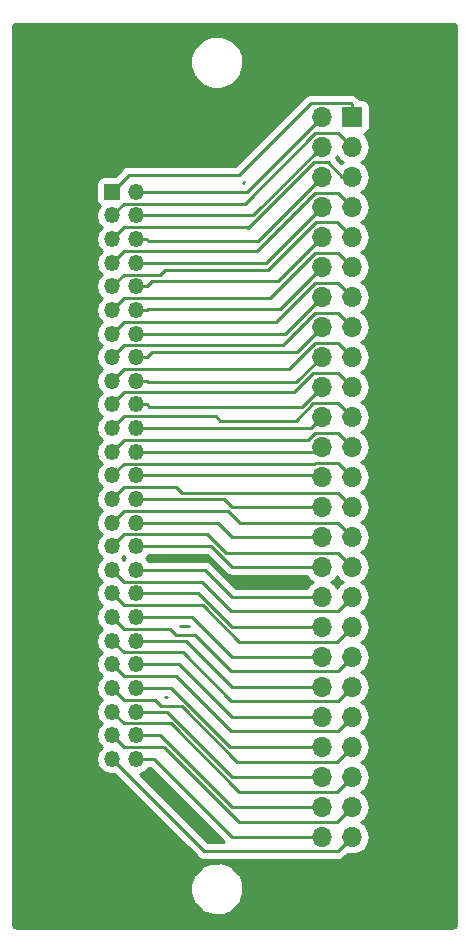
<source format=gbr>
G04 #@! TF.GenerationSoftware,KiCad,Pcbnew,(5.0.0)*
G04 #@! TF.CreationDate,2019-10-17T23:20:27+01:00*
G04 #@! TF.ProjectId,dataVideo_interface,64617461566964656F5F696E74657266,rev?*
G04 #@! TF.SameCoordinates,Original*
G04 #@! TF.FileFunction,Copper,L1,Top,Signal*
G04 #@! TF.FilePolarity,Positive*
%FSLAX46Y46*%
G04 Gerber Fmt 4.6, Leading zero omitted, Abs format (unit mm)*
G04 Created by KiCad (PCBNEW (5.0.0)) date 10/17/19 23:20:27*
%MOMM*%
%LPD*%
G01*
G04 APERTURE LIST*
G04 #@! TA.AperFunction,ComponentPad*
%ADD10R,1.350000X1.350000*%
G04 #@! TD*
G04 #@! TA.AperFunction,ComponentPad*
%ADD11O,1.350000X1.350000*%
G04 #@! TD*
G04 #@! TA.AperFunction,ComponentPad*
%ADD12R,1.700000X1.700000*%
G04 #@! TD*
G04 #@! TA.AperFunction,ComponentPad*
%ADD13O,1.700000X1.700000*%
G04 #@! TD*
G04 #@! TA.AperFunction,Conductor*
%ADD14C,0.250000*%
G04 #@! TD*
G04 #@! TA.AperFunction,NonConductor*
%ADD15C,0.254000*%
G04 #@! TD*
G04 APERTURE END LIST*
D10*
G04 #@! TO.P,J1,1*
G04 #@! TO.N,1*
X118110000Y-93980000D03*
D11*
G04 #@! TO.P,J1,2*
G04 #@! TO.N,2*
X120110000Y-93980000D03*
G04 #@! TO.P,J1,3*
G04 #@! TO.N,3*
X118110000Y-95980000D03*
G04 #@! TO.P,J1,4*
G04 #@! TO.N,4*
X120110000Y-95980000D03*
G04 #@! TO.P,J1,5*
G04 #@! TO.N,5*
X118110000Y-97980000D03*
G04 #@! TO.P,J1,6*
G04 #@! TO.N,6*
X120110000Y-97980000D03*
G04 #@! TO.P,J1,7*
G04 #@! TO.N,7*
X118110000Y-99980000D03*
G04 #@! TO.P,J1,8*
G04 #@! TO.N,8*
X120110000Y-99980000D03*
G04 #@! TO.P,J1,9*
G04 #@! TO.N,9*
X118110000Y-101980000D03*
G04 #@! TO.P,J1,10*
G04 #@! TO.N,10*
X120110000Y-101980000D03*
G04 #@! TO.P,J1,11*
G04 #@! TO.N,11*
X118110000Y-103980000D03*
G04 #@! TO.P,J1,12*
G04 #@! TO.N,12*
X120110000Y-103980000D03*
G04 #@! TO.P,J1,13*
G04 #@! TO.N,13*
X118110000Y-105980000D03*
G04 #@! TO.P,J1,14*
G04 #@! TO.N,14*
X120110000Y-105980000D03*
G04 #@! TO.P,J1,15*
G04 #@! TO.N,15*
X118110000Y-107980000D03*
G04 #@! TO.P,J1,16*
G04 #@! TO.N,16*
X120110000Y-107980000D03*
G04 #@! TO.P,J1,17*
G04 #@! TO.N,17*
X118110000Y-109980000D03*
G04 #@! TO.P,J1,18*
G04 #@! TO.N,18*
X120110000Y-109980000D03*
G04 #@! TO.P,J1,19*
G04 #@! TO.N,19*
X118110000Y-111980000D03*
G04 #@! TO.P,J1,20*
G04 #@! TO.N,20*
X120110000Y-111980000D03*
G04 #@! TO.P,J1,21*
G04 #@! TO.N,21*
X118110000Y-113980000D03*
G04 #@! TO.P,J1,22*
G04 #@! TO.N,22*
X120110000Y-113980000D03*
G04 #@! TO.P,J1,23*
G04 #@! TO.N,23*
X118110000Y-115980000D03*
G04 #@! TO.P,J1,24*
G04 #@! TO.N,24*
X120110000Y-115980000D03*
G04 #@! TO.P,J1,25*
G04 #@! TO.N,25*
X118110000Y-117980000D03*
G04 #@! TO.P,J1,26*
G04 #@! TO.N,26*
X120110000Y-117980000D03*
G04 #@! TO.P,J1,27*
G04 #@! TO.N,27*
X118110000Y-119980000D03*
G04 #@! TO.P,J1,28*
G04 #@! TO.N,28*
X120110000Y-119980000D03*
G04 #@! TO.P,J1,29*
G04 #@! TO.N,29*
X118110000Y-121980000D03*
G04 #@! TO.P,J1,30*
G04 #@! TO.N,30*
X120110000Y-121980000D03*
G04 #@! TO.P,J1,31*
G04 #@! TO.N,31*
X118110000Y-123980000D03*
G04 #@! TO.P,J1,32*
G04 #@! TO.N,32*
X120110000Y-123980000D03*
G04 #@! TO.P,J1,33*
G04 #@! TO.N,33*
X118110000Y-125980000D03*
G04 #@! TO.P,J1,34*
G04 #@! TO.N,34*
X120110000Y-125980000D03*
G04 #@! TO.P,J1,35*
G04 #@! TO.N,35*
X118110000Y-127980000D03*
G04 #@! TO.P,J1,36*
G04 #@! TO.N,36*
X120110000Y-127980000D03*
G04 #@! TO.P,J1,37*
G04 #@! TO.N,37*
X118110000Y-129980000D03*
G04 #@! TO.P,J1,38*
G04 #@! TO.N,38*
X120110000Y-129980000D03*
G04 #@! TO.P,J1,39*
G04 #@! TO.N,39*
X118110000Y-131980000D03*
G04 #@! TO.P,J1,40*
G04 #@! TO.N,40*
X120110000Y-131980000D03*
G04 #@! TO.P,J1,41*
G04 #@! TO.N,41*
X118110000Y-133980000D03*
G04 #@! TO.P,J1,42*
G04 #@! TO.N,42*
X120110000Y-133980000D03*
G04 #@! TO.P,J1,43*
G04 #@! TO.N,43*
X118110000Y-135980000D03*
G04 #@! TO.P,J1,44*
G04 #@! TO.N,44*
X120110000Y-135980000D03*
G04 #@! TO.P,J1,45*
G04 #@! TO.N,45*
X118110000Y-137980000D03*
G04 #@! TO.P,J1,46*
G04 #@! TO.N,46*
X120110000Y-137980000D03*
G04 #@! TO.P,J1,47*
G04 #@! TO.N,47*
X118110000Y-139980000D03*
G04 #@! TO.P,J1,48*
G04 #@! TO.N,48*
X120110000Y-139980000D03*
G04 #@! TO.P,J1,49*
G04 #@! TO.N,49*
X118110000Y-141980000D03*
G04 #@! TO.P,J1,50*
G04 #@! TO.N,50*
X120110000Y-141980000D03*
G04 #@! TD*
D12*
G04 #@! TO.P,J2,1*
G04 #@! TO.N,1*
X138430000Y-87630000D03*
D13*
G04 #@! TO.P,J2,2*
G04 #@! TO.N,2*
X135890000Y-87630000D03*
G04 #@! TO.P,J2,3*
G04 #@! TO.N,3*
X138430000Y-90170000D03*
G04 #@! TO.P,J2,4*
G04 #@! TO.N,4*
X135890000Y-90170000D03*
G04 #@! TO.P,J2,5*
G04 #@! TO.N,5*
X138430000Y-92710000D03*
G04 #@! TO.P,J2,6*
G04 #@! TO.N,6*
X135890000Y-92710000D03*
G04 #@! TO.P,J2,7*
G04 #@! TO.N,7*
X138430000Y-95250000D03*
G04 #@! TO.P,J2,8*
G04 #@! TO.N,8*
X135890000Y-95250000D03*
G04 #@! TO.P,J2,9*
G04 #@! TO.N,9*
X138430000Y-97790000D03*
G04 #@! TO.P,J2,10*
G04 #@! TO.N,10*
X135890000Y-97790000D03*
G04 #@! TO.P,J2,11*
G04 #@! TO.N,11*
X138430000Y-100330000D03*
G04 #@! TO.P,J2,12*
G04 #@! TO.N,12*
X135890000Y-100330000D03*
G04 #@! TO.P,J2,13*
G04 #@! TO.N,13*
X138430000Y-102870000D03*
G04 #@! TO.P,J2,14*
G04 #@! TO.N,14*
X135890000Y-102870000D03*
G04 #@! TO.P,J2,15*
G04 #@! TO.N,15*
X138430000Y-105410000D03*
G04 #@! TO.P,J2,16*
G04 #@! TO.N,16*
X135890000Y-105410000D03*
G04 #@! TO.P,J2,17*
G04 #@! TO.N,17*
X138430000Y-107950000D03*
G04 #@! TO.P,J2,18*
G04 #@! TO.N,18*
X135890000Y-107950000D03*
G04 #@! TO.P,J2,19*
G04 #@! TO.N,19*
X138430000Y-110490000D03*
G04 #@! TO.P,J2,20*
G04 #@! TO.N,20*
X135890000Y-110490000D03*
G04 #@! TO.P,J2,21*
G04 #@! TO.N,21*
X138430000Y-113030000D03*
G04 #@! TO.P,J2,22*
G04 #@! TO.N,22*
X135890000Y-113030000D03*
G04 #@! TO.P,J2,23*
G04 #@! TO.N,23*
X138430000Y-115570000D03*
G04 #@! TO.P,J2,24*
G04 #@! TO.N,24*
X135890000Y-115570000D03*
G04 #@! TO.P,J2,25*
G04 #@! TO.N,25*
X138430000Y-118110000D03*
G04 #@! TO.P,J2,26*
G04 #@! TO.N,26*
X135890000Y-118110000D03*
G04 #@! TO.P,J2,27*
G04 #@! TO.N,27*
X138430000Y-120650000D03*
G04 #@! TO.P,J2,28*
G04 #@! TO.N,28*
X135890000Y-120650000D03*
G04 #@! TO.P,J2,29*
G04 #@! TO.N,29*
X138430000Y-123190000D03*
G04 #@! TO.P,J2,30*
G04 #@! TO.N,30*
X135890000Y-123190000D03*
G04 #@! TO.P,J2,31*
G04 #@! TO.N,31*
X138430000Y-125730000D03*
G04 #@! TO.P,J2,32*
G04 #@! TO.N,32*
X135890000Y-125730000D03*
G04 #@! TO.P,J2,33*
G04 #@! TO.N,33*
X138430000Y-128270000D03*
G04 #@! TO.P,J2,34*
G04 #@! TO.N,34*
X135890000Y-128270000D03*
G04 #@! TO.P,J2,35*
G04 #@! TO.N,35*
X138430000Y-130810000D03*
G04 #@! TO.P,J2,36*
G04 #@! TO.N,36*
X135890000Y-130810000D03*
G04 #@! TO.P,J2,37*
G04 #@! TO.N,37*
X138430000Y-133350000D03*
G04 #@! TO.P,J2,38*
G04 #@! TO.N,38*
X135890000Y-133350000D03*
G04 #@! TO.P,J2,39*
G04 #@! TO.N,39*
X138430000Y-135890000D03*
G04 #@! TO.P,J2,40*
G04 #@! TO.N,40*
X135890000Y-135890000D03*
G04 #@! TO.P,J2,41*
G04 #@! TO.N,41*
X138430000Y-138430000D03*
G04 #@! TO.P,J2,42*
G04 #@! TO.N,42*
X135890000Y-138430000D03*
G04 #@! TO.P,J2,43*
G04 #@! TO.N,43*
X138430000Y-140970000D03*
G04 #@! TO.P,J2,44*
G04 #@! TO.N,44*
X135890000Y-140970000D03*
G04 #@! TO.P,J2,45*
G04 #@! TO.N,45*
X138430000Y-143510000D03*
G04 #@! TO.P,J2,46*
G04 #@! TO.N,46*
X135890000Y-143510000D03*
G04 #@! TO.P,J2,47*
G04 #@! TO.N,47*
X138430000Y-146050000D03*
G04 #@! TO.P,J2,48*
G04 #@! TO.N,48*
X135890000Y-146050000D03*
G04 #@! TO.P,J2,49*
G04 #@! TO.N,49*
X138430000Y-148590000D03*
G04 #@! TO.P,J2,50*
G04 #@! TO.N,50*
X135890000Y-148590000D03*
G04 #@! TD*
D14*
G04 #@! TO.N,1*
X118110000Y-93980000D02*
X118110000Y-93959680D01*
X118110000Y-93959680D02*
X119537480Y-92532200D01*
X119537480Y-92532200D02*
X128869440Y-92532200D01*
X138430000Y-86530000D02*
X138430000Y-87630000D01*
X138354999Y-86454999D02*
X138430000Y-86530000D01*
X134946641Y-86454999D02*
X138354999Y-86454999D01*
X128869440Y-92532200D02*
X134946641Y-86454999D01*
G04 #@! TO.N,2*
X129540000Y-93980000D02*
X135890000Y-87630000D01*
X120110000Y-93980000D02*
X129540000Y-93980000D01*
G04 #@! TO.N,3*
X137580001Y-89320001D02*
X138430000Y-90170000D01*
X137254999Y-88994999D02*
X137580001Y-89320001D01*
X135325999Y-88994999D02*
X137254999Y-88994999D01*
X129340998Y-94980000D02*
X135325999Y-88994999D01*
X119110000Y-94980000D02*
X129340998Y-94980000D01*
X118110000Y-95980000D02*
X119110000Y-94980000D01*
G04 #@! TO.N,4*
X121064594Y-95980000D02*
X121068154Y-95976440D01*
X120110000Y-95980000D02*
X121064594Y-95980000D01*
X130083560Y-95976440D02*
X135890000Y-90170000D01*
X121068154Y-95976440D02*
X130083560Y-95976440D01*
G04 #@! TO.N,5*
X135210690Y-91485720D02*
X129632850Y-97063560D01*
X136404722Y-91485720D02*
X135210690Y-91485720D01*
X138430000Y-92710000D02*
X137629002Y-92710000D01*
X137629002Y-92710000D02*
X136404722Y-91485720D01*
X118784999Y-97305001D02*
X118110000Y-97980000D01*
X119110000Y-96980000D02*
X118784999Y-97305001D01*
X129549290Y-96980000D02*
X119110000Y-96980000D01*
X129632850Y-97063560D02*
X129549290Y-96980000D01*
G04 #@! TO.N,6*
X121064594Y-97980000D02*
X121204794Y-98120200D01*
X120110000Y-97980000D02*
X121064594Y-97980000D01*
X130479800Y-98120200D02*
X135890000Y-92710000D01*
X121204794Y-98120200D02*
X130479800Y-98120200D01*
G04 #@! TO.N,7*
X137580001Y-94400001D02*
X138430000Y-95250000D01*
X137254999Y-94074999D02*
X137580001Y-94400001D01*
X135325999Y-94074999D02*
X137254999Y-94074999D01*
X130420998Y-98980000D02*
X135325999Y-94074999D01*
X119110000Y-98980000D02*
X130420998Y-98980000D01*
X118110000Y-99980000D02*
X119110000Y-98980000D01*
G04 #@! TO.N,8*
X121064594Y-99980000D02*
X121075274Y-99969320D01*
X120110000Y-99980000D02*
X121064594Y-99980000D01*
X131170680Y-99969320D02*
X135890000Y-95250000D01*
X121075274Y-99969320D02*
X131170680Y-99969320D01*
G04 #@! TO.N,9*
X137175945Y-96535945D02*
X138430000Y-97790000D01*
X118110000Y-101980000D02*
X119110000Y-100980000D01*
X119110000Y-100980000D02*
X122209800Y-100980000D01*
X122209800Y-100980000D02*
X122592202Y-100597598D01*
X122592202Y-100597598D02*
X131343400Y-100597598D01*
X131343400Y-100597598D02*
X135405053Y-96535945D01*
X135405053Y-96535945D02*
X137175945Y-96535945D01*
G04 #@! TO.N,10*
X121064594Y-101980000D02*
X121510634Y-101533960D01*
X120110000Y-101980000D02*
X121064594Y-101980000D01*
X132146040Y-101533960D02*
X135890000Y-97790000D01*
X121510634Y-101533960D02*
X132146040Y-101533960D01*
G04 #@! TO.N,11*
X137580001Y-99480001D02*
X138430000Y-100330000D01*
X137254999Y-99154999D02*
X137580001Y-99480001D01*
X135325999Y-99154999D02*
X137254999Y-99154999D01*
X131500998Y-102980000D02*
X135325999Y-99154999D01*
X119110000Y-102980000D02*
X131500998Y-102980000D01*
X118110000Y-103980000D02*
X119110000Y-102980000D01*
G04 #@! TO.N,12*
X121064594Y-103980000D02*
X121133194Y-103911400D01*
X120110000Y-103980000D02*
X121064594Y-103980000D01*
X132308600Y-103911400D02*
X135890000Y-100330000D01*
X121133194Y-103911400D02*
X132308600Y-103911400D01*
G04 #@! TO.N,13*
X137580001Y-102020001D02*
X138430000Y-102870000D01*
X137254999Y-101694999D02*
X137580001Y-102020001D01*
X135325999Y-101694999D02*
X137254999Y-101694999D01*
X132040998Y-104980000D02*
X135325999Y-101694999D01*
X119110000Y-104980000D02*
X132040998Y-104980000D01*
X118110000Y-105980000D02*
X119110000Y-104980000D01*
G04 #@! TO.N,14*
X121064594Y-105980000D02*
X121114354Y-106029760D01*
X120110000Y-105980000D02*
X121064594Y-105980000D01*
X132730240Y-106029760D02*
X135890000Y-102870000D01*
X121114354Y-106029760D02*
X132730240Y-106029760D01*
G04 #@! TO.N,15*
X137580001Y-104560001D02*
X138430000Y-105410000D01*
X137254999Y-104234999D02*
X137580001Y-104560001D01*
X135325999Y-104234999D02*
X137254999Y-104234999D01*
X132580998Y-106980000D02*
X135325999Y-104234999D01*
X119110000Y-106980000D02*
X132580998Y-106980000D01*
X118110000Y-107980000D02*
X119110000Y-106980000D01*
G04 #@! TO.N,16*
X121064594Y-107980000D02*
X121500994Y-107543600D01*
X120110000Y-107980000D02*
X121064594Y-107980000D01*
X133756400Y-107543600D02*
X135890000Y-105410000D01*
X121500994Y-107543600D02*
X133756400Y-107543600D01*
G04 #@! TO.N,17*
X137580001Y-107100001D02*
X138430000Y-107950000D01*
X137254999Y-106774999D02*
X137580001Y-107100001D01*
X135325999Y-106774999D02*
X137254999Y-106774999D01*
X133120998Y-108980000D02*
X135325999Y-106774999D01*
X119110000Y-108980000D02*
X133120998Y-108980000D01*
X118110000Y-109980000D02*
X119110000Y-108980000D01*
G04 #@! TO.N,18*
X121064594Y-109980000D02*
X121198674Y-110114080D01*
X120110000Y-109980000D02*
X121064594Y-109980000D01*
X133725920Y-110114080D02*
X135890000Y-107950000D01*
X121198674Y-110114080D02*
X133725920Y-110114080D01*
G04 #@! TO.N,19*
X135175130Y-109301280D02*
X133539370Y-110937040D01*
X138430000Y-110490000D02*
X137241280Y-109301280D01*
X137241280Y-109301280D02*
X135175130Y-109301280D01*
X118784999Y-111305001D02*
X118808839Y-111305001D01*
X118110000Y-111980000D02*
X118784999Y-111305001D01*
X119156480Y-110957360D02*
X119607358Y-110957360D01*
X118808839Y-111305001D02*
X119156480Y-110957360D01*
X133539370Y-110937040D02*
X119607358Y-110957360D01*
X119607358Y-110957360D02*
X121371360Y-110937040D01*
G04 #@! TO.N,20*
X121064594Y-111980000D02*
X121291634Y-112207040D01*
X120110000Y-111980000D02*
X121064594Y-111980000D01*
X134172960Y-112207040D02*
X135890000Y-110490000D01*
X121291634Y-112207040D02*
X134172960Y-112207040D01*
G04 #@! TO.N,21*
X135161411Y-111854999D02*
X133676530Y-113339880D01*
X138430000Y-113030000D02*
X137254999Y-111854999D01*
X137254999Y-111854999D02*
X135161411Y-111854999D01*
X127259080Y-113339880D02*
X126898400Y-112979200D01*
X133676530Y-113339880D02*
X127259080Y-113339880D01*
X118784999Y-113305001D02*
X118784999Y-113254161D01*
X118110000Y-113980000D02*
X118784999Y-113305001D01*
X119105680Y-112933480D02*
X119583478Y-112933480D01*
X118784999Y-113254161D02*
X119105680Y-112933480D01*
X126898400Y-112979200D02*
X119583478Y-112933480D01*
X119583478Y-112933480D02*
X121732040Y-112979200D01*
G04 #@! TO.N,22*
X134940000Y-113980000D02*
X135890000Y-113030000D01*
X120110000Y-113980000D02*
X134940000Y-113980000D01*
G04 #@! TO.N,23*
X137580001Y-114720001D02*
X138430000Y-115570000D01*
X137254999Y-114394999D02*
X137580001Y-114720001D01*
X135325999Y-114394999D02*
X137254999Y-114394999D01*
X134740998Y-114980000D02*
X135325999Y-114394999D01*
X119110000Y-114980000D02*
X134740998Y-114980000D01*
X118110000Y-115980000D02*
X119110000Y-114980000D01*
G04 #@! TO.N,24*
X135480000Y-115980000D02*
X135890000Y-115570000D01*
X120110000Y-115980000D02*
X135480000Y-115980000D01*
G04 #@! TO.N,25*
X137580001Y-117260001D02*
X138430000Y-118110000D01*
X137254999Y-116934999D02*
X137580001Y-117260001D01*
X135325999Y-116934999D02*
X137254999Y-116934999D01*
X135280998Y-116980000D02*
X135325999Y-116934999D01*
X119110000Y-116980000D02*
X135280998Y-116980000D01*
X118110000Y-117980000D02*
X119110000Y-116980000D01*
G04 #@! TO.N,26*
X135760000Y-117980000D02*
X135890000Y-118110000D01*
X120110000Y-117980000D02*
X135760000Y-117980000D01*
G04 #@! TO.N,27*
X119110000Y-118980000D02*
X123562160Y-118980000D01*
X118110000Y-119980000D02*
X119110000Y-118980000D01*
X137580001Y-119800001D02*
X138430000Y-120650000D01*
X137254999Y-119474999D02*
X137580001Y-119800001D01*
X124057159Y-119474999D02*
X137254999Y-119474999D01*
X123562160Y-118980000D02*
X124057159Y-119474999D01*
G04 #@! TO.N,28*
X120110000Y-119980000D02*
X127600000Y-119980000D01*
X128270000Y-120650000D02*
X135890000Y-120650000D01*
X127600000Y-119980000D02*
X128270000Y-120650000D01*
G04 #@! TO.N,29*
X137580001Y-122340001D02*
X138430000Y-123190000D01*
X137254999Y-122014999D02*
X137580001Y-122340001D01*
X128998589Y-122014999D02*
X137254999Y-122014999D01*
X127963590Y-120980000D02*
X128998589Y-122014999D01*
X119110000Y-120980000D02*
X127963590Y-120980000D01*
X118110000Y-121980000D02*
X119110000Y-120980000D01*
G04 #@! TO.N,30*
X120110000Y-121980000D02*
X127060000Y-121980000D01*
X128270000Y-123190000D02*
X135890000Y-123190000D01*
X127060000Y-121980000D02*
X128270000Y-123190000D01*
G04 #@! TO.N,31*
X137580001Y-124880001D02*
X138430000Y-125730000D01*
X137254999Y-124554999D02*
X137580001Y-124880001D01*
X127731409Y-124554999D02*
X137254999Y-124554999D01*
X126156410Y-122980000D02*
X127731409Y-124554999D01*
X119110000Y-122980000D02*
X126156410Y-122980000D01*
X118110000Y-123980000D02*
X119110000Y-122980000D01*
G04 #@! TO.N,32*
X120110000Y-123980000D02*
X126520000Y-123980000D01*
X128270000Y-125730000D02*
X135890000Y-125730000D01*
X126520000Y-123980000D02*
X128270000Y-125730000D01*
G04 #@! TO.N,33*
X119110000Y-126980000D02*
X125710000Y-126980000D01*
X118110000Y-125980000D02*
X119110000Y-126980000D01*
X137580001Y-129119999D02*
X138430000Y-128270000D01*
X137254999Y-129445001D02*
X137580001Y-129119999D01*
X128175001Y-129445001D02*
X137254999Y-129445001D01*
X125710000Y-126980000D02*
X128175001Y-129445001D01*
G04 #@! TO.N,34*
X120110000Y-125980000D02*
X125980000Y-125980000D01*
X128270000Y-128270000D02*
X135890000Y-128270000D01*
X125980000Y-125980000D02*
X128270000Y-128270000D01*
G04 #@! TO.N,35*
X125803590Y-128980000D02*
X128903590Y-132080000D01*
X118110000Y-127980000D02*
X119110000Y-128980000D01*
X119110000Y-128980000D02*
X125803590Y-128980000D01*
X137160000Y-132080000D02*
X138430000Y-130810000D01*
X128903590Y-132080000D02*
X137160000Y-132080000D01*
G04 #@! TO.N,36*
X120110000Y-127980000D02*
X125440000Y-127980000D01*
X128270000Y-130810000D02*
X135890000Y-130810000D01*
X125440000Y-127980000D02*
X128270000Y-130810000D01*
G04 #@! TO.N,37*
X119110000Y-130980000D02*
X123020000Y-130980000D01*
X118110000Y-129980000D02*
X119110000Y-130980000D01*
X123569990Y-131529990D02*
X125179990Y-131529990D01*
X123020000Y-130980000D02*
X123569990Y-131529990D01*
X137580001Y-134199999D02*
X138430000Y-133350000D01*
X137254999Y-134525001D02*
X137580001Y-134199999D01*
X128175001Y-134525001D02*
X137254999Y-134525001D01*
X125179990Y-131529990D02*
X128175001Y-134525001D01*
G04 #@! TO.N,38*
X120110000Y-129980000D02*
X124900000Y-129980000D01*
X124900000Y-129980000D02*
X128270000Y-133350000D01*
X128270000Y-133350000D02*
X135890000Y-133350000D01*
G04 #@! TO.N,39*
X119110000Y-132980000D02*
X124090000Y-132980000D01*
X118110000Y-131980000D02*
X119110000Y-132980000D01*
X137580001Y-136739999D02*
X138430000Y-135890000D01*
X137254999Y-137065001D02*
X137580001Y-136739999D01*
X128175001Y-137065001D02*
X137254999Y-137065001D01*
X124090000Y-132980000D02*
X128175001Y-137065001D01*
G04 #@! TO.N,40*
X120110000Y-131980000D02*
X124360000Y-131980000D01*
X128270000Y-135890000D02*
X135890000Y-135890000D01*
X124360000Y-131980000D02*
X128270000Y-135890000D01*
G04 #@! TO.N,41*
X119110000Y-134980000D02*
X123550000Y-134980000D01*
X118110000Y-133980000D02*
X119110000Y-134980000D01*
X137580001Y-139279999D02*
X138430000Y-138430000D01*
X137254999Y-139605001D02*
X137580001Y-139279999D01*
X128175001Y-139605001D02*
X137254999Y-139605001D01*
X123550000Y-134980000D02*
X128175001Y-139605001D01*
G04 #@! TO.N,42*
X120110000Y-133980000D02*
X123820000Y-133980000D01*
X128270000Y-138430000D02*
X135890000Y-138430000D01*
X123820000Y-133980000D02*
X128270000Y-138430000D01*
G04 #@! TO.N,43*
X119110000Y-136980000D02*
X121740000Y-136980000D01*
X118110000Y-135980000D02*
X119110000Y-136980000D01*
X124013580Y-137529990D02*
X128723590Y-142240000D01*
X121740000Y-136980000D02*
X122289990Y-137529990D01*
X122289990Y-137529990D02*
X124013580Y-137529990D01*
X137160000Y-142240000D02*
X138430000Y-140970000D01*
X128723590Y-142240000D02*
X137160000Y-142240000D01*
G04 #@! TO.N,44*
X120110000Y-135980000D02*
X123100000Y-135980000D01*
X128090000Y-140970000D02*
X135890000Y-140970000D01*
X123100000Y-135980000D02*
X128090000Y-140970000D01*
G04 #@! TO.N,45*
X123103590Y-138980000D02*
X128903590Y-144780000D01*
X118110000Y-137980000D02*
X119110000Y-138980000D01*
X119110000Y-138980000D02*
X123103590Y-138980000D01*
X137160000Y-144780000D02*
X138430000Y-143510000D01*
X128903590Y-144780000D02*
X137160000Y-144780000D01*
G04 #@! TO.N,46*
X120110000Y-137980000D02*
X122740000Y-137980000D01*
X128270000Y-143510000D02*
X135890000Y-143510000D01*
X122740000Y-137980000D02*
X128270000Y-143510000D01*
G04 #@! TO.N,47*
X122563590Y-140980000D02*
X128903590Y-147320000D01*
X118110000Y-139980000D02*
X119110000Y-140980000D01*
X119110000Y-140980000D02*
X122563590Y-140980000D01*
X137160000Y-147320000D02*
X138430000Y-146050000D01*
X128903590Y-147320000D02*
X137160000Y-147320000D01*
G04 #@! TO.N,48*
X120110000Y-139980000D02*
X122200000Y-139980000D01*
X128270000Y-146050000D02*
X135890000Y-146050000D01*
X122200000Y-139980000D02*
X128270000Y-146050000D01*
G04 #@! TO.N,49*
X137580001Y-149439999D02*
X138430000Y-148590000D01*
X137254999Y-149765001D02*
X137580001Y-149439999D01*
X125895001Y-149765001D02*
X137254999Y-149765001D01*
X118110000Y-141980000D02*
X125895001Y-149765001D01*
G04 #@! TO.N,50*
X120110000Y-141980000D02*
X121660000Y-141980000D01*
X128270000Y-148590000D02*
X135890000Y-148590000D01*
X121660000Y-141980000D02*
X128270000Y-148590000D01*
G04 #@! TD*
D15*
G36*
X147105655Y-79744926D02*
X147195225Y-79804774D01*
X147255074Y-79894345D01*
X147265000Y-79944246D01*
X147265001Y-156055749D01*
X147255074Y-156105655D01*
X147195225Y-156195226D01*
X147105655Y-156255074D01*
X146930070Y-156290000D01*
X110069930Y-156290000D01*
X109894345Y-156255074D01*
X109804774Y-156195225D01*
X109744926Y-156105655D01*
X109710000Y-155930070D01*
X109710000Y-152592346D01*
X124757974Y-152592346D01*
X124765000Y-153018390D01*
X124765000Y-153444569D01*
X124772320Y-153462240D01*
X124772635Y-153481363D01*
X125084640Y-154234610D01*
X125094347Y-154239682D01*
X125105259Y-154266026D01*
X125733974Y-154894741D01*
X125760318Y-154905653D01*
X125765390Y-154915360D01*
X126161708Y-155071914D01*
X126555431Y-155235000D01*
X126574560Y-155235000D01*
X126592346Y-155242026D01*
X127018390Y-155235000D01*
X127444569Y-155235000D01*
X127462240Y-155227680D01*
X127481363Y-155227365D01*
X128234610Y-154915360D01*
X128239682Y-154905653D01*
X128266026Y-154894741D01*
X128894741Y-154266026D01*
X128905653Y-154239682D01*
X128915360Y-154234610D01*
X129071914Y-153838292D01*
X129235000Y-153444569D01*
X129235000Y-153425440D01*
X129242026Y-153407654D01*
X129235000Y-152981610D01*
X129235000Y-152555431D01*
X129227680Y-152537760D01*
X129227365Y-152518637D01*
X128915360Y-151765390D01*
X128905653Y-151760318D01*
X128894741Y-151733974D01*
X128266026Y-151105259D01*
X128239682Y-151094347D01*
X128234610Y-151084640D01*
X127838292Y-150928086D01*
X127444569Y-150765000D01*
X127425440Y-150765000D01*
X127407654Y-150757974D01*
X126981610Y-150765000D01*
X126555431Y-150765000D01*
X126537760Y-150772320D01*
X126518637Y-150772635D01*
X125765390Y-151084640D01*
X125760318Y-151094347D01*
X125733974Y-151105259D01*
X125105259Y-151733974D01*
X125094347Y-151760318D01*
X125084640Y-151765390D01*
X124928086Y-152161708D01*
X124765000Y-152555431D01*
X124765000Y-152574560D01*
X124757974Y-152592346D01*
X109710000Y-152592346D01*
X109710000Y-95980000D01*
X116774336Y-95980000D01*
X116876007Y-96491136D01*
X117165543Y-96924457D01*
X117248669Y-96980000D01*
X117165543Y-97035543D01*
X116876007Y-97468864D01*
X116774336Y-97980000D01*
X116876007Y-98491136D01*
X117165543Y-98924457D01*
X117248669Y-98980000D01*
X117165543Y-99035543D01*
X116876007Y-99468864D01*
X116774336Y-99980000D01*
X116876007Y-100491136D01*
X117165543Y-100924457D01*
X117248669Y-100980000D01*
X117165543Y-101035543D01*
X116876007Y-101468864D01*
X116774336Y-101980000D01*
X116876007Y-102491136D01*
X117165543Y-102924457D01*
X117248669Y-102980000D01*
X117165543Y-103035543D01*
X116876007Y-103468864D01*
X116774336Y-103980000D01*
X116876007Y-104491136D01*
X117165543Y-104924457D01*
X117248669Y-104980000D01*
X117165543Y-105035543D01*
X116876007Y-105468864D01*
X116774336Y-105980000D01*
X116876007Y-106491136D01*
X117165543Y-106924457D01*
X117248669Y-106980000D01*
X117165543Y-107035543D01*
X116876007Y-107468864D01*
X116774336Y-107980000D01*
X116876007Y-108491136D01*
X117165543Y-108924457D01*
X117248669Y-108980000D01*
X117165543Y-109035543D01*
X116876007Y-109468864D01*
X116774336Y-109980000D01*
X116876007Y-110491136D01*
X117165543Y-110924457D01*
X117248669Y-110980000D01*
X117165543Y-111035543D01*
X116876007Y-111468864D01*
X116774336Y-111980000D01*
X116876007Y-112491136D01*
X117165543Y-112924457D01*
X117248669Y-112980000D01*
X117165543Y-113035543D01*
X116876007Y-113468864D01*
X116774336Y-113980000D01*
X116876007Y-114491136D01*
X117165543Y-114924457D01*
X117248669Y-114980000D01*
X117165543Y-115035543D01*
X116876007Y-115468864D01*
X116774336Y-115980000D01*
X116876007Y-116491136D01*
X117165543Y-116924457D01*
X117248669Y-116980000D01*
X117165543Y-117035543D01*
X116876007Y-117468864D01*
X116774336Y-117980000D01*
X116876007Y-118491136D01*
X117165543Y-118924457D01*
X117248669Y-118980000D01*
X117165543Y-119035543D01*
X116876007Y-119468864D01*
X116774336Y-119980000D01*
X116876007Y-120491136D01*
X117165543Y-120924457D01*
X117248669Y-120980000D01*
X117165543Y-121035543D01*
X116876007Y-121468864D01*
X116774336Y-121980000D01*
X116876007Y-122491136D01*
X117165543Y-122924457D01*
X117248669Y-122980000D01*
X117165543Y-123035543D01*
X116876007Y-123468864D01*
X116774336Y-123980000D01*
X116876007Y-124491136D01*
X117165543Y-124924457D01*
X117248669Y-124980000D01*
X117165543Y-125035543D01*
X116876007Y-125468864D01*
X116774336Y-125980000D01*
X116876007Y-126491136D01*
X117165543Y-126924457D01*
X117248669Y-126980000D01*
X117165543Y-127035543D01*
X116876007Y-127468864D01*
X116774336Y-127980000D01*
X116876007Y-128491136D01*
X117165543Y-128924457D01*
X117248669Y-128980000D01*
X117165543Y-129035543D01*
X116876007Y-129468864D01*
X116774336Y-129980000D01*
X116876007Y-130491136D01*
X117165543Y-130924457D01*
X117248669Y-130980000D01*
X117165543Y-131035543D01*
X116876007Y-131468864D01*
X116774336Y-131980000D01*
X116876007Y-132491136D01*
X117165543Y-132924457D01*
X117248669Y-132980000D01*
X117165543Y-133035543D01*
X116876007Y-133468864D01*
X116774336Y-133980000D01*
X116876007Y-134491136D01*
X117165543Y-134924457D01*
X117248669Y-134980000D01*
X117165543Y-135035543D01*
X116876007Y-135468864D01*
X116774336Y-135980000D01*
X116876007Y-136491136D01*
X117165543Y-136924457D01*
X117248669Y-136980000D01*
X117165543Y-137035543D01*
X116876007Y-137468864D01*
X116774336Y-137980000D01*
X116876007Y-138491136D01*
X117165543Y-138924457D01*
X117248669Y-138980000D01*
X117165543Y-139035543D01*
X116876007Y-139468864D01*
X116774336Y-139980000D01*
X116876007Y-140491136D01*
X117165543Y-140924457D01*
X117248669Y-140980000D01*
X117165543Y-141035543D01*
X116876007Y-141468864D01*
X116774336Y-141980000D01*
X116876007Y-142491136D01*
X117165543Y-142924457D01*
X117598864Y-143213993D01*
X117980978Y-143290000D01*
X118239022Y-143290000D01*
X118327583Y-143272384D01*
X125304672Y-150249474D01*
X125347072Y-150312930D01*
X125598464Y-150480905D01*
X125820149Y-150525001D01*
X125820154Y-150525001D01*
X125895001Y-150539889D01*
X125969848Y-150525001D01*
X137180152Y-150525001D01*
X137254999Y-150539889D01*
X137329846Y-150525001D01*
X137329851Y-150525001D01*
X137551536Y-150480905D01*
X137802928Y-150312930D01*
X137845330Y-150249471D01*
X138063592Y-150031209D01*
X138283744Y-150075000D01*
X138576256Y-150075000D01*
X139009418Y-149988839D01*
X139500625Y-149660625D01*
X139828839Y-149169418D01*
X139944092Y-148590000D01*
X139828839Y-148010582D01*
X139500625Y-147519375D01*
X139202239Y-147320000D01*
X139500625Y-147120625D01*
X139828839Y-146629418D01*
X139944092Y-146050000D01*
X139828839Y-145470582D01*
X139500625Y-144979375D01*
X139202239Y-144780000D01*
X139500625Y-144580625D01*
X139828839Y-144089418D01*
X139944092Y-143510000D01*
X139828839Y-142930582D01*
X139500625Y-142439375D01*
X139202239Y-142240000D01*
X139500625Y-142040625D01*
X139828839Y-141549418D01*
X139944092Y-140970000D01*
X139828839Y-140390582D01*
X139500625Y-139899375D01*
X139202239Y-139700000D01*
X139500625Y-139500625D01*
X139828839Y-139009418D01*
X139944092Y-138430000D01*
X139828839Y-137850582D01*
X139500625Y-137359375D01*
X139202239Y-137160000D01*
X139500625Y-136960625D01*
X139828839Y-136469418D01*
X139944092Y-135890000D01*
X139828839Y-135310582D01*
X139500625Y-134819375D01*
X139202239Y-134620000D01*
X139500625Y-134420625D01*
X139828839Y-133929418D01*
X139944092Y-133350000D01*
X139828839Y-132770582D01*
X139500625Y-132279375D01*
X139202239Y-132080000D01*
X139500625Y-131880625D01*
X139828839Y-131389418D01*
X139944092Y-130810000D01*
X139828839Y-130230582D01*
X139500625Y-129739375D01*
X139202239Y-129540000D01*
X139500625Y-129340625D01*
X139828839Y-128849418D01*
X139944092Y-128270000D01*
X139828839Y-127690582D01*
X139500625Y-127199375D01*
X139202239Y-127000000D01*
X139500625Y-126800625D01*
X139828839Y-126309418D01*
X139944092Y-125730000D01*
X139828839Y-125150582D01*
X139500625Y-124659375D01*
X139202239Y-124460000D01*
X139500625Y-124260625D01*
X139828839Y-123769418D01*
X139944092Y-123190000D01*
X139828839Y-122610582D01*
X139500625Y-122119375D01*
X139202239Y-121920000D01*
X139500625Y-121720625D01*
X139828839Y-121229418D01*
X139944092Y-120650000D01*
X139828839Y-120070582D01*
X139500625Y-119579375D01*
X139202239Y-119380000D01*
X139500625Y-119180625D01*
X139828839Y-118689418D01*
X139944092Y-118110000D01*
X139828839Y-117530582D01*
X139500625Y-117039375D01*
X139202239Y-116840000D01*
X139500625Y-116640625D01*
X139828839Y-116149418D01*
X139944092Y-115570000D01*
X139828839Y-114990582D01*
X139500625Y-114499375D01*
X139202239Y-114300000D01*
X139500625Y-114100625D01*
X139828839Y-113609418D01*
X139944092Y-113030000D01*
X139828839Y-112450582D01*
X139500625Y-111959375D01*
X139202239Y-111760000D01*
X139500625Y-111560625D01*
X139828839Y-111069418D01*
X139944092Y-110490000D01*
X139828839Y-109910582D01*
X139500625Y-109419375D01*
X139202239Y-109220000D01*
X139500625Y-109020625D01*
X139828839Y-108529418D01*
X139944092Y-107950000D01*
X139828839Y-107370582D01*
X139500625Y-106879375D01*
X139202239Y-106680000D01*
X139500625Y-106480625D01*
X139828839Y-105989418D01*
X139944092Y-105410000D01*
X139828839Y-104830582D01*
X139500625Y-104339375D01*
X139202239Y-104140000D01*
X139500625Y-103940625D01*
X139828839Y-103449418D01*
X139944092Y-102870000D01*
X139828839Y-102290582D01*
X139500625Y-101799375D01*
X139202239Y-101600000D01*
X139500625Y-101400625D01*
X139828839Y-100909418D01*
X139944092Y-100330000D01*
X139828839Y-99750582D01*
X139500625Y-99259375D01*
X139202239Y-99060000D01*
X139500625Y-98860625D01*
X139828839Y-98369418D01*
X139944092Y-97790000D01*
X139828839Y-97210582D01*
X139500625Y-96719375D01*
X139202239Y-96520000D01*
X139500625Y-96320625D01*
X139828839Y-95829418D01*
X139944092Y-95250000D01*
X139828839Y-94670582D01*
X139500625Y-94179375D01*
X139202239Y-93980000D01*
X139500625Y-93780625D01*
X139828839Y-93289418D01*
X139944092Y-92710000D01*
X139828839Y-92130582D01*
X139500625Y-91639375D01*
X139202239Y-91440000D01*
X139500625Y-91240625D01*
X139828839Y-90749418D01*
X139944092Y-90170000D01*
X139828839Y-89590582D01*
X139500625Y-89099375D01*
X139482381Y-89087184D01*
X139527765Y-89078157D01*
X139737809Y-88937809D01*
X139878157Y-88727765D01*
X139927440Y-88480000D01*
X139927440Y-86780000D01*
X139878157Y-86532235D01*
X139737809Y-86322191D01*
X139527765Y-86181843D01*
X139280000Y-86132560D01*
X139078483Y-86132560D01*
X138977929Y-85982071D01*
X138932969Y-85952030D01*
X138902928Y-85907070D01*
X138651536Y-85739095D01*
X138429851Y-85694999D01*
X138429846Y-85694999D01*
X138354999Y-85680111D01*
X138280152Y-85694999D01*
X135021487Y-85694999D01*
X134946640Y-85680111D01*
X134871793Y-85694999D01*
X134871789Y-85694999D01*
X134650104Y-85739095D01*
X134398712Y-85907070D01*
X134356312Y-85970526D01*
X128554639Y-91772200D01*
X119612328Y-91772200D01*
X119537480Y-91757312D01*
X119462632Y-91772200D01*
X119462628Y-91772200D01*
X119240943Y-91816296D01*
X118989551Y-91984271D01*
X118947151Y-92047727D01*
X118337318Y-92657560D01*
X117435000Y-92657560D01*
X117187235Y-92706843D01*
X116977191Y-92847191D01*
X116836843Y-93057235D01*
X116787560Y-93305000D01*
X116787560Y-94655000D01*
X116836843Y-94902765D01*
X116977191Y-95112809D01*
X117071714Y-95175968D01*
X116876007Y-95468864D01*
X116774336Y-95980000D01*
X109710000Y-95980000D01*
X109710000Y-82592346D01*
X124757974Y-82592346D01*
X124765000Y-83018390D01*
X124765000Y-83444569D01*
X124772320Y-83462240D01*
X124772635Y-83481363D01*
X125084640Y-84234610D01*
X125094347Y-84239682D01*
X125105259Y-84266026D01*
X125733974Y-84894741D01*
X125760318Y-84905653D01*
X125765390Y-84915360D01*
X126161708Y-85071914D01*
X126555431Y-85235000D01*
X126574560Y-85235000D01*
X126592346Y-85242026D01*
X127018390Y-85235000D01*
X127444569Y-85235000D01*
X127462240Y-85227680D01*
X127481363Y-85227365D01*
X128234610Y-84915360D01*
X128239682Y-84905653D01*
X128266026Y-84894741D01*
X128894741Y-84266026D01*
X128905653Y-84239682D01*
X128915360Y-84234610D01*
X129071914Y-83838292D01*
X129235000Y-83444569D01*
X129235000Y-83425440D01*
X129242026Y-83407654D01*
X129235000Y-82981610D01*
X129235000Y-82555431D01*
X129227680Y-82537760D01*
X129227365Y-82518637D01*
X128915360Y-81765390D01*
X128905653Y-81760318D01*
X128894741Y-81733974D01*
X128266026Y-81105259D01*
X128239682Y-81094347D01*
X128234610Y-81084640D01*
X127838292Y-80928086D01*
X127444569Y-80765000D01*
X127425440Y-80765000D01*
X127407654Y-80757974D01*
X126981610Y-80765000D01*
X126555431Y-80765000D01*
X126537760Y-80772320D01*
X126518637Y-80772635D01*
X125765390Y-81084640D01*
X125760318Y-81094347D01*
X125733974Y-81105259D01*
X125105259Y-81733974D01*
X125094347Y-81760318D01*
X125084640Y-81765390D01*
X124928086Y-82161708D01*
X124765000Y-82555431D01*
X124765000Y-82574560D01*
X124757974Y-82592346D01*
X109710000Y-82592346D01*
X109710000Y-80069930D01*
X109744926Y-79894345D01*
X109804774Y-79804775D01*
X109894345Y-79744926D01*
X109944246Y-79735000D01*
X147055754Y-79735000D01*
X147105655Y-79744926D01*
X147105655Y-79744926D01*
G37*
X147105655Y-79744926D02*
X147195225Y-79804774D01*
X147255074Y-79894345D01*
X147265000Y-79944246D01*
X147265001Y-156055749D01*
X147255074Y-156105655D01*
X147195225Y-156195226D01*
X147105655Y-156255074D01*
X146930070Y-156290000D01*
X110069930Y-156290000D01*
X109894345Y-156255074D01*
X109804774Y-156195225D01*
X109744926Y-156105655D01*
X109710000Y-155930070D01*
X109710000Y-152592346D01*
X124757974Y-152592346D01*
X124765000Y-153018390D01*
X124765000Y-153444569D01*
X124772320Y-153462240D01*
X124772635Y-153481363D01*
X125084640Y-154234610D01*
X125094347Y-154239682D01*
X125105259Y-154266026D01*
X125733974Y-154894741D01*
X125760318Y-154905653D01*
X125765390Y-154915360D01*
X126161708Y-155071914D01*
X126555431Y-155235000D01*
X126574560Y-155235000D01*
X126592346Y-155242026D01*
X127018390Y-155235000D01*
X127444569Y-155235000D01*
X127462240Y-155227680D01*
X127481363Y-155227365D01*
X128234610Y-154915360D01*
X128239682Y-154905653D01*
X128266026Y-154894741D01*
X128894741Y-154266026D01*
X128905653Y-154239682D01*
X128915360Y-154234610D01*
X129071914Y-153838292D01*
X129235000Y-153444569D01*
X129235000Y-153425440D01*
X129242026Y-153407654D01*
X129235000Y-152981610D01*
X129235000Y-152555431D01*
X129227680Y-152537760D01*
X129227365Y-152518637D01*
X128915360Y-151765390D01*
X128905653Y-151760318D01*
X128894741Y-151733974D01*
X128266026Y-151105259D01*
X128239682Y-151094347D01*
X128234610Y-151084640D01*
X127838292Y-150928086D01*
X127444569Y-150765000D01*
X127425440Y-150765000D01*
X127407654Y-150757974D01*
X126981610Y-150765000D01*
X126555431Y-150765000D01*
X126537760Y-150772320D01*
X126518637Y-150772635D01*
X125765390Y-151084640D01*
X125760318Y-151094347D01*
X125733974Y-151105259D01*
X125105259Y-151733974D01*
X125094347Y-151760318D01*
X125084640Y-151765390D01*
X124928086Y-152161708D01*
X124765000Y-152555431D01*
X124765000Y-152574560D01*
X124757974Y-152592346D01*
X109710000Y-152592346D01*
X109710000Y-95980000D01*
X116774336Y-95980000D01*
X116876007Y-96491136D01*
X117165543Y-96924457D01*
X117248669Y-96980000D01*
X117165543Y-97035543D01*
X116876007Y-97468864D01*
X116774336Y-97980000D01*
X116876007Y-98491136D01*
X117165543Y-98924457D01*
X117248669Y-98980000D01*
X117165543Y-99035543D01*
X116876007Y-99468864D01*
X116774336Y-99980000D01*
X116876007Y-100491136D01*
X117165543Y-100924457D01*
X117248669Y-100980000D01*
X117165543Y-101035543D01*
X116876007Y-101468864D01*
X116774336Y-101980000D01*
X116876007Y-102491136D01*
X117165543Y-102924457D01*
X117248669Y-102980000D01*
X117165543Y-103035543D01*
X116876007Y-103468864D01*
X116774336Y-103980000D01*
X116876007Y-104491136D01*
X117165543Y-104924457D01*
X117248669Y-104980000D01*
X117165543Y-105035543D01*
X116876007Y-105468864D01*
X116774336Y-105980000D01*
X116876007Y-106491136D01*
X117165543Y-106924457D01*
X117248669Y-106980000D01*
X117165543Y-107035543D01*
X116876007Y-107468864D01*
X116774336Y-107980000D01*
X116876007Y-108491136D01*
X117165543Y-108924457D01*
X117248669Y-108980000D01*
X117165543Y-109035543D01*
X116876007Y-109468864D01*
X116774336Y-109980000D01*
X116876007Y-110491136D01*
X117165543Y-110924457D01*
X117248669Y-110980000D01*
X117165543Y-111035543D01*
X116876007Y-111468864D01*
X116774336Y-111980000D01*
X116876007Y-112491136D01*
X117165543Y-112924457D01*
X117248669Y-112980000D01*
X117165543Y-113035543D01*
X116876007Y-113468864D01*
X116774336Y-113980000D01*
X116876007Y-114491136D01*
X117165543Y-114924457D01*
X117248669Y-114980000D01*
X117165543Y-115035543D01*
X116876007Y-115468864D01*
X116774336Y-115980000D01*
X116876007Y-116491136D01*
X117165543Y-116924457D01*
X117248669Y-116980000D01*
X117165543Y-117035543D01*
X116876007Y-117468864D01*
X116774336Y-117980000D01*
X116876007Y-118491136D01*
X117165543Y-118924457D01*
X117248669Y-118980000D01*
X117165543Y-119035543D01*
X116876007Y-119468864D01*
X116774336Y-119980000D01*
X116876007Y-120491136D01*
X117165543Y-120924457D01*
X117248669Y-120980000D01*
X117165543Y-121035543D01*
X116876007Y-121468864D01*
X116774336Y-121980000D01*
X116876007Y-122491136D01*
X117165543Y-122924457D01*
X117248669Y-122980000D01*
X117165543Y-123035543D01*
X116876007Y-123468864D01*
X116774336Y-123980000D01*
X116876007Y-124491136D01*
X117165543Y-124924457D01*
X117248669Y-124980000D01*
X117165543Y-125035543D01*
X116876007Y-125468864D01*
X116774336Y-125980000D01*
X116876007Y-126491136D01*
X117165543Y-126924457D01*
X117248669Y-126980000D01*
X117165543Y-127035543D01*
X116876007Y-127468864D01*
X116774336Y-127980000D01*
X116876007Y-128491136D01*
X117165543Y-128924457D01*
X117248669Y-128980000D01*
X117165543Y-129035543D01*
X116876007Y-129468864D01*
X116774336Y-129980000D01*
X116876007Y-130491136D01*
X117165543Y-130924457D01*
X117248669Y-130980000D01*
X117165543Y-131035543D01*
X116876007Y-131468864D01*
X116774336Y-131980000D01*
X116876007Y-132491136D01*
X117165543Y-132924457D01*
X117248669Y-132980000D01*
X117165543Y-133035543D01*
X116876007Y-133468864D01*
X116774336Y-133980000D01*
X116876007Y-134491136D01*
X117165543Y-134924457D01*
X117248669Y-134980000D01*
X117165543Y-135035543D01*
X116876007Y-135468864D01*
X116774336Y-135980000D01*
X116876007Y-136491136D01*
X117165543Y-136924457D01*
X117248669Y-136980000D01*
X117165543Y-137035543D01*
X116876007Y-137468864D01*
X116774336Y-137980000D01*
X116876007Y-138491136D01*
X117165543Y-138924457D01*
X117248669Y-138980000D01*
X117165543Y-139035543D01*
X116876007Y-139468864D01*
X116774336Y-139980000D01*
X116876007Y-140491136D01*
X117165543Y-140924457D01*
X117248669Y-140980000D01*
X117165543Y-141035543D01*
X116876007Y-141468864D01*
X116774336Y-141980000D01*
X116876007Y-142491136D01*
X117165543Y-142924457D01*
X117598864Y-143213993D01*
X117980978Y-143290000D01*
X118239022Y-143290000D01*
X118327583Y-143272384D01*
X125304672Y-150249474D01*
X125347072Y-150312930D01*
X125598464Y-150480905D01*
X125820149Y-150525001D01*
X125820154Y-150525001D01*
X125895001Y-150539889D01*
X125969848Y-150525001D01*
X137180152Y-150525001D01*
X137254999Y-150539889D01*
X137329846Y-150525001D01*
X137329851Y-150525001D01*
X137551536Y-150480905D01*
X137802928Y-150312930D01*
X137845330Y-150249471D01*
X138063592Y-150031209D01*
X138283744Y-150075000D01*
X138576256Y-150075000D01*
X139009418Y-149988839D01*
X139500625Y-149660625D01*
X139828839Y-149169418D01*
X139944092Y-148590000D01*
X139828839Y-148010582D01*
X139500625Y-147519375D01*
X139202239Y-147320000D01*
X139500625Y-147120625D01*
X139828839Y-146629418D01*
X139944092Y-146050000D01*
X139828839Y-145470582D01*
X139500625Y-144979375D01*
X139202239Y-144780000D01*
X139500625Y-144580625D01*
X139828839Y-144089418D01*
X139944092Y-143510000D01*
X139828839Y-142930582D01*
X139500625Y-142439375D01*
X139202239Y-142240000D01*
X139500625Y-142040625D01*
X139828839Y-141549418D01*
X139944092Y-140970000D01*
X139828839Y-140390582D01*
X139500625Y-139899375D01*
X139202239Y-139700000D01*
X139500625Y-139500625D01*
X139828839Y-139009418D01*
X139944092Y-138430000D01*
X139828839Y-137850582D01*
X139500625Y-137359375D01*
X139202239Y-137160000D01*
X139500625Y-136960625D01*
X139828839Y-136469418D01*
X139944092Y-135890000D01*
X139828839Y-135310582D01*
X139500625Y-134819375D01*
X139202239Y-134620000D01*
X139500625Y-134420625D01*
X139828839Y-133929418D01*
X139944092Y-133350000D01*
X139828839Y-132770582D01*
X139500625Y-132279375D01*
X139202239Y-132080000D01*
X139500625Y-131880625D01*
X139828839Y-131389418D01*
X139944092Y-130810000D01*
X139828839Y-130230582D01*
X139500625Y-129739375D01*
X139202239Y-129540000D01*
X139500625Y-129340625D01*
X139828839Y-128849418D01*
X139944092Y-128270000D01*
X139828839Y-127690582D01*
X139500625Y-127199375D01*
X139202239Y-127000000D01*
X139500625Y-126800625D01*
X139828839Y-126309418D01*
X139944092Y-125730000D01*
X139828839Y-125150582D01*
X139500625Y-124659375D01*
X139202239Y-124460000D01*
X139500625Y-124260625D01*
X139828839Y-123769418D01*
X139944092Y-123190000D01*
X139828839Y-122610582D01*
X139500625Y-122119375D01*
X139202239Y-121920000D01*
X139500625Y-121720625D01*
X139828839Y-121229418D01*
X139944092Y-120650000D01*
X139828839Y-120070582D01*
X139500625Y-119579375D01*
X139202239Y-119380000D01*
X139500625Y-119180625D01*
X139828839Y-118689418D01*
X139944092Y-118110000D01*
X139828839Y-117530582D01*
X139500625Y-117039375D01*
X139202239Y-116840000D01*
X139500625Y-116640625D01*
X139828839Y-116149418D01*
X139944092Y-115570000D01*
X139828839Y-114990582D01*
X139500625Y-114499375D01*
X139202239Y-114300000D01*
X139500625Y-114100625D01*
X139828839Y-113609418D01*
X139944092Y-113030000D01*
X139828839Y-112450582D01*
X139500625Y-111959375D01*
X139202239Y-111760000D01*
X139500625Y-111560625D01*
X139828839Y-111069418D01*
X139944092Y-110490000D01*
X139828839Y-109910582D01*
X139500625Y-109419375D01*
X139202239Y-109220000D01*
X139500625Y-109020625D01*
X139828839Y-108529418D01*
X139944092Y-107950000D01*
X139828839Y-107370582D01*
X139500625Y-106879375D01*
X139202239Y-106680000D01*
X139500625Y-106480625D01*
X139828839Y-105989418D01*
X139944092Y-105410000D01*
X139828839Y-104830582D01*
X139500625Y-104339375D01*
X139202239Y-104140000D01*
X139500625Y-103940625D01*
X139828839Y-103449418D01*
X139944092Y-102870000D01*
X139828839Y-102290582D01*
X139500625Y-101799375D01*
X139202239Y-101600000D01*
X139500625Y-101400625D01*
X139828839Y-100909418D01*
X139944092Y-100330000D01*
X139828839Y-99750582D01*
X139500625Y-99259375D01*
X139202239Y-99060000D01*
X139500625Y-98860625D01*
X139828839Y-98369418D01*
X139944092Y-97790000D01*
X139828839Y-97210582D01*
X139500625Y-96719375D01*
X139202239Y-96520000D01*
X139500625Y-96320625D01*
X139828839Y-95829418D01*
X139944092Y-95250000D01*
X139828839Y-94670582D01*
X139500625Y-94179375D01*
X139202239Y-93980000D01*
X139500625Y-93780625D01*
X139828839Y-93289418D01*
X139944092Y-92710000D01*
X139828839Y-92130582D01*
X139500625Y-91639375D01*
X139202239Y-91440000D01*
X139500625Y-91240625D01*
X139828839Y-90749418D01*
X139944092Y-90170000D01*
X139828839Y-89590582D01*
X139500625Y-89099375D01*
X139482381Y-89087184D01*
X139527765Y-89078157D01*
X139737809Y-88937809D01*
X139878157Y-88727765D01*
X139927440Y-88480000D01*
X139927440Y-86780000D01*
X139878157Y-86532235D01*
X139737809Y-86322191D01*
X139527765Y-86181843D01*
X139280000Y-86132560D01*
X139078483Y-86132560D01*
X138977929Y-85982071D01*
X138932969Y-85952030D01*
X138902928Y-85907070D01*
X138651536Y-85739095D01*
X138429851Y-85694999D01*
X138429846Y-85694999D01*
X138354999Y-85680111D01*
X138280152Y-85694999D01*
X135021487Y-85694999D01*
X134946640Y-85680111D01*
X134871793Y-85694999D01*
X134871789Y-85694999D01*
X134650104Y-85739095D01*
X134398712Y-85907070D01*
X134356312Y-85970526D01*
X128554639Y-91772200D01*
X119612328Y-91772200D01*
X119537480Y-91757312D01*
X119462632Y-91772200D01*
X119462628Y-91772200D01*
X119240943Y-91816296D01*
X118989551Y-91984271D01*
X118947151Y-92047727D01*
X118337318Y-92657560D01*
X117435000Y-92657560D01*
X117187235Y-92706843D01*
X116977191Y-92847191D01*
X116836843Y-93057235D01*
X116787560Y-93305000D01*
X116787560Y-94655000D01*
X116836843Y-94902765D01*
X116977191Y-95112809D01*
X117071714Y-95175968D01*
X116876007Y-95468864D01*
X116774336Y-95980000D01*
X109710000Y-95980000D01*
X109710000Y-82592346D01*
X124757974Y-82592346D01*
X124765000Y-83018390D01*
X124765000Y-83444569D01*
X124772320Y-83462240D01*
X124772635Y-83481363D01*
X125084640Y-84234610D01*
X125094347Y-84239682D01*
X125105259Y-84266026D01*
X125733974Y-84894741D01*
X125760318Y-84905653D01*
X125765390Y-84915360D01*
X126161708Y-85071914D01*
X126555431Y-85235000D01*
X126574560Y-85235000D01*
X126592346Y-85242026D01*
X127018390Y-85235000D01*
X127444569Y-85235000D01*
X127462240Y-85227680D01*
X127481363Y-85227365D01*
X128234610Y-84915360D01*
X128239682Y-84905653D01*
X128266026Y-84894741D01*
X128894741Y-84266026D01*
X128905653Y-84239682D01*
X128915360Y-84234610D01*
X129071914Y-83838292D01*
X129235000Y-83444569D01*
X129235000Y-83425440D01*
X129242026Y-83407654D01*
X129235000Y-82981610D01*
X129235000Y-82555431D01*
X129227680Y-82537760D01*
X129227365Y-82518637D01*
X128915360Y-81765390D01*
X128905653Y-81760318D01*
X128894741Y-81733974D01*
X128266026Y-81105259D01*
X128239682Y-81094347D01*
X128234610Y-81084640D01*
X127838292Y-80928086D01*
X127444569Y-80765000D01*
X127425440Y-80765000D01*
X127407654Y-80757974D01*
X126981610Y-80765000D01*
X126555431Y-80765000D01*
X126537760Y-80772320D01*
X126518637Y-80772635D01*
X125765390Y-81084640D01*
X125760318Y-81094347D01*
X125733974Y-81105259D01*
X125105259Y-81733974D01*
X125094347Y-81760318D01*
X125084640Y-81765390D01*
X124928086Y-82161708D01*
X124765000Y-82555431D01*
X124765000Y-82574560D01*
X124757974Y-82592346D01*
X109710000Y-82592346D01*
X109710000Y-80069930D01*
X109744926Y-79894345D01*
X109804774Y-79804775D01*
X109894345Y-79744926D01*
X109944246Y-79735000D01*
X147055754Y-79735000D01*
X147105655Y-79744926D01*
G36*
X127610199Y-149005001D02*
X126209803Y-149005001D01*
X120452365Y-143247564D01*
X120621136Y-143213993D01*
X121054457Y-142924457D01*
X121177707Y-142740000D01*
X121345199Y-142740000D01*
X127610199Y-149005001D01*
X127610199Y-149005001D01*
G37*
X127610199Y-149005001D02*
X126209803Y-149005001D01*
X120452365Y-143247564D01*
X120621136Y-143213993D01*
X121054457Y-142924457D01*
X121177707Y-142740000D01*
X121345199Y-142740000D01*
X127610199Y-149005001D01*
G36*
X122815189Y-136769990D02*
X122604792Y-136769990D01*
X122574802Y-136740000D01*
X122785199Y-136740000D01*
X122815189Y-136769990D01*
X122815189Y-136769990D01*
G37*
X122815189Y-136769990D02*
X122604792Y-136769990D01*
X122574802Y-136740000D01*
X122785199Y-136740000D01*
X122815189Y-136769990D01*
G36*
X124615189Y-130769990D02*
X123884792Y-130769990D01*
X123854802Y-130740000D01*
X124585199Y-130740000D01*
X124615189Y-130769990D01*
X124615189Y-130769990D01*
G37*
X124615189Y-130769990D02*
X123884792Y-130769990D01*
X123854802Y-130740000D01*
X124585199Y-130740000D01*
X124615189Y-130769990D01*
G36*
X127679671Y-126214473D02*
X127722071Y-126277929D01*
X127785527Y-126320329D01*
X127973462Y-126445904D01*
X128021605Y-126455480D01*
X128195148Y-126490000D01*
X128195152Y-126490000D01*
X128270000Y-126504888D01*
X128344848Y-126490000D01*
X134611822Y-126490000D01*
X134819375Y-126800625D01*
X135117761Y-127000000D01*
X134819375Y-127199375D01*
X134611822Y-127510000D01*
X128584802Y-127510000D01*
X126570331Y-125495530D01*
X126527929Y-125432071D01*
X126276537Y-125264096D01*
X126054852Y-125220000D01*
X126054847Y-125220000D01*
X125980000Y-125205112D01*
X125905153Y-125220000D01*
X121177707Y-125220000D01*
X121054457Y-125035543D01*
X120971331Y-124980000D01*
X121054457Y-124924457D01*
X121177707Y-124740000D01*
X126205199Y-124740000D01*
X127679671Y-126214473D01*
X127679671Y-126214473D01*
G37*
X127679671Y-126214473D02*
X127722071Y-126277929D01*
X127785527Y-126320329D01*
X127973462Y-126445904D01*
X128021605Y-126455480D01*
X128195148Y-126490000D01*
X128195152Y-126490000D01*
X128270000Y-126504888D01*
X128344848Y-126490000D01*
X134611822Y-126490000D01*
X134819375Y-126800625D01*
X135117761Y-127000000D01*
X134819375Y-127199375D01*
X134611822Y-127510000D01*
X128584802Y-127510000D01*
X126570331Y-125495530D01*
X126527929Y-125432071D01*
X126276537Y-125264096D01*
X126054852Y-125220000D01*
X126054847Y-125220000D01*
X125980000Y-125205112D01*
X125905153Y-125220000D01*
X121177707Y-125220000D01*
X121054457Y-125035543D01*
X120971331Y-124980000D01*
X121054457Y-124924457D01*
X121177707Y-124740000D01*
X126205199Y-124740000D01*
X127679671Y-126214473D01*
G36*
X137359375Y-126800625D02*
X137657761Y-127000000D01*
X137359375Y-127199375D01*
X137160000Y-127497761D01*
X136960625Y-127199375D01*
X136662239Y-127000000D01*
X136960625Y-126800625D01*
X137160000Y-126502239D01*
X137359375Y-126800625D01*
X137359375Y-126800625D01*
G37*
X137359375Y-126800625D02*
X137657761Y-127000000D01*
X137359375Y-127199375D01*
X137160000Y-127497761D01*
X136960625Y-127199375D01*
X136662239Y-127000000D01*
X136960625Y-126800625D01*
X137160000Y-126502239D01*
X137359375Y-126800625D01*
G36*
X119165543Y-124924457D02*
X119248669Y-124980000D01*
X119165543Y-125035543D01*
X119110000Y-125118669D01*
X119054457Y-125035543D01*
X118971331Y-124980000D01*
X119054457Y-124924457D01*
X119110000Y-124841331D01*
X119165543Y-124924457D01*
X119165543Y-124924457D01*
G37*
X119165543Y-124924457D02*
X119248669Y-124980000D01*
X119165543Y-125035543D01*
X119110000Y-125118669D01*
X119054457Y-125035543D01*
X118971331Y-124980000D01*
X119054457Y-124924457D01*
X119110000Y-124841331D01*
X119165543Y-124924457D01*
G36*
X129225199Y-93220000D02*
X129208038Y-93220000D01*
X129259756Y-93185442D01*
X129225199Y-93220000D01*
X129225199Y-93220000D01*
G37*
X129225199Y-93220000D02*
X129208038Y-93220000D01*
X129259756Y-93185442D01*
X129225199Y-93220000D01*
G36*
X137359375Y-91240625D02*
X137657761Y-91440000D01*
X137523508Y-91529705D01*
X137070295Y-91076492D01*
X137160000Y-90942239D01*
X137359375Y-91240625D01*
X137359375Y-91240625D01*
G37*
X137359375Y-91240625D02*
X137657761Y-91440000D01*
X137523508Y-91529705D01*
X137070295Y-91076492D01*
X137160000Y-90942239D01*
X137359375Y-91240625D01*
M02*

</source>
